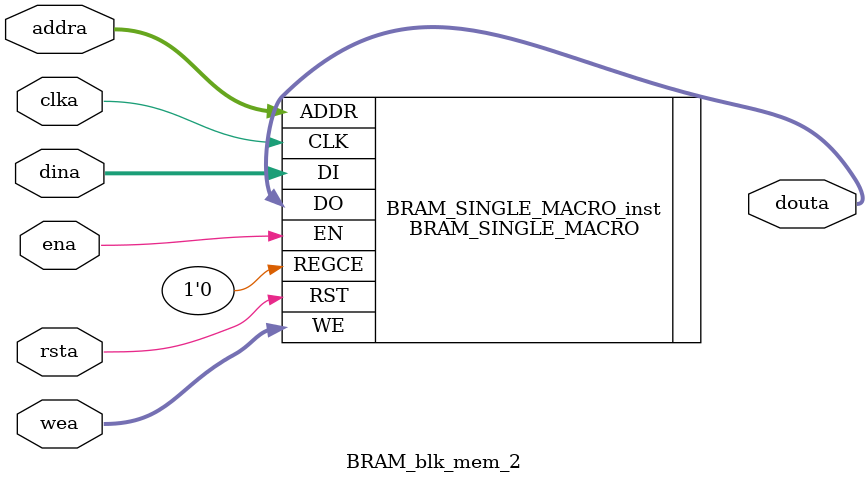
<source format=v>
`timescale 1ns/1ps

module BRAM_blk_mem_2 (
  clka,
  ena,
  wea,
  addra,
  dina,
  douta,
  rsta
);


input wire clka;

input wire ena;

input wire rsta;

input wire [1 : 0] wea;

input wire [9 : 0] addra;

input wire [15 : 0] dina;

output wire [15 : 0] douta;


// BRAM_SINGLE_MACRO : In order to incorporate this function into the design,
//   Verilog   : the following instance declaration needs to be placed
//  instance   : in the body of the design code.  The instance name
// declaration : (BRAM_SINGLE_MACRO_inst) and/or the port declarations within the
//    code     : parenthesis may be changed to properly reference and
//             : connect this function to the design.  All inputs
//             : and outputs must be connected.

//  <-----Cut code below this line---->

   // BRAM_SINGLE_MACRO: Single Port RAM
   //                    Artix-7
   // Xilinx HDL Language Template, version 2016.4
   
   /////////////////////////////////////////////////////////////////////
   //  READ_WIDTH | BRAM_SIZE | READ Depth  | ADDR Width |            //
   // WRITE_WIDTH |           | WRITE Depth |            |  WE Width  //
   // ============|===========|=============|============|============//
   //    37-72    |  "36Kb"   |      512    |    9-bit   |    8-bit   //
   //    19-36    |  "36Kb"   |     1024    |   10-bit   |    4-bit   //
   //    19-36    |  "18Kb"   |      512    |    9-bit   |    4-bit   //
   //    10-18    |  "36Kb"   |     2048    |   11-bit   |    2-bit   //
   //    10-18    |  "18Kb"   |     1024    |   10-bit   |    2-bit   //
   //     5-9     |  "36Kb"   |     4096    |   12-bit   |    1-bit   //
   //     5-9     |  "18Kb"   |     2048    |   11-bit   |    1-bit   //
   //     3-4     |  "36Kb"   |     8192    |   13-bit   |    1-bit   //
   //     3-4     |  "18Kb"   |     4096    |   12-bit   |    1-bit   //
   //       2     |  "36Kb"   |    16384    |   14-bit   |    1-bit   //
   //       2     |  "18Kb"   |     8192    |   13-bit   |    1-bit   //
   //       1     |  "36Kb"   |    32768    |   15-bit   |    1-bit   //
   //       1     |  "18Kb"   |    16384    |   14-bit   |    1-bit   //
   /////////////////////////////////////////////////////////////////////

   BRAM_SINGLE_MACRO #(
      .BRAM_SIZE("18Kb"), // Target BRAM, "18Kb" or "36Kb" 
      .DEVICE("7SERIES"), // Target Device: "7SERIES" 
      .DO_REG(0), // Optional output register (0 or 1)
      .INIT(36'h000000000), // Initial values on output port
      .INIT_FILE ("weight_2.mem"),
      .WRITE_WIDTH(16), // Valid values are 1-72 (37-72 only valid when BRAM_SIZE="36Kb")
      .READ_WIDTH(16),  // Valid values are 1-72 (37-72 only valid when BRAM_SIZE="36Kb")
      .SRVAL(36'h000000000), // Set/Reset value for port output
      .WRITE_MODE("WRITE_FIRST"), // "WRITE_FIRST", "READ_FIRST", or "NO_CHANGE" 
      .INIT_00(256'h0000000000000000000000000000000000000000000000000000000000000000),
      .INIT_01(256'h0000000000000000000000000000000000000000000000000000000000000000),
      .INIT_02(256'h0000000000000000000000000000000000000000000000000000000000000000),
      .INIT_03(256'h0000000000000000000000000000000000000000000000000000000000000000),
      .INIT_04(256'h0000000000000000000000000000000000000000000000000000000000000000),
      .INIT_05(256'h0000000000000000000000000000000000000000000000000000000000000000),
      .INIT_06(256'h0000000000000000000000000000000000000000000000000000000000000000),
      .INIT_07(256'h0000000000000000000000000000000000000000000000000000000000000000),
      .INIT_08(256'h0000000000000000000000000000000000000000000000000000000000000000),
      .INIT_09(256'h0000000000000000000000000000000000000000000000000000000000000000),
      .INIT_0A(256'h0000000000000000000000000000000000000000000000000000000000000000),
      .INIT_0B(256'h0000000000000000000000000000000000000000000000000000000000000000),
      .INIT_0C(256'h0000000000000000000000000000000000000000000000000000000000000000),
      .INIT_0D(256'h0000000000000000000000000000000000000000000000000000000000000000),
      .INIT_0E(256'h0000000000000000000000000000000000000000000000000000000000000000),
      .INIT_0F(256'h0000000000000000000000000000000000000000000000000000000000000000),
      .INIT_10(256'h0000000000000000000000000000000000000000000000000000000000000000),
      .INIT_11(256'h0000000000000000000000000000000000000000000000000000000000000000),
      .INIT_12(256'h0000000000000000000000000000000000000000000000000000000000000000),
      .INIT_13(256'h0000000000000000000000000000000000000000000000000000000000000000),
      .INIT_14(256'h0000000000000000000000000000000000000000000000000000000000000000),
      .INIT_15(256'h0000000000000000000000000000000000000000000000000000000000000000),
      .INIT_16(256'h0000000000000000000000000000000000000000000000000000000000000000),
      .INIT_17(256'h0000000000000000000000000000000000000000000000000000000000000000),
      .INIT_18(256'h0000000000000000000000000000000000000000000000000000000000000000),
      .INIT_19(256'h0000000000000000000000000000000000000000000000000000000000000000),
      .INIT_1A(256'h0000000000000000000000000000000000000000000000000000000000000000),
      .INIT_1B(256'h0000000000000000000000000000000000000000000000000000000000000000),
      .INIT_1C(256'h0000000000000000000000000000000000000000000000000000000000000000),
      .INIT_1D(256'h0000000000000000000000000000000000000000000000000000000000000000),
      .INIT_1E(256'h0000000000000000000000000000000000000000000000000000000000000000),
      .INIT_1F(256'h0000000000000000000000000000000000000000000000000000000000000000),
      .INIT_20(256'h0000000000000000000000000000000000000000000000000000000000000000),
      .INIT_21(256'h0000000000000000000000000000000000000000000000000000000000000000),
      .INIT_22(256'h0000000000000000000000000000000000000000000000000000000000000000),
      .INIT_23(256'h0000000000000000000000000000000000000000000000000000000000000000),
      .INIT_24(256'h0000000000000000000000000000000000000000000000000000000000000000),
      .INIT_25(256'h0000000000000000000000000000000000000000000000000000000000000000),
      .INIT_26(256'h0000000000000000000000000000000000000000000000000000000000000000),
      .INIT_27(256'h0000000000000000000000000000000000000000000000000000000000000000),
      .INIT_28(256'h0000000000000000000000000000000000000000000000000000000000000000),
      .INIT_29(256'h0000000000000000000000000000000000000000000000000000000000000000),
      .INIT_2A(256'h0000000000000000000000000000000000000000000000000000000000000000),
      .INIT_2B(256'h0000000000000000000000000000000000000000000000000000000000000000),
      .INIT_2C(256'h0000000000000000000000000000000000000000000000000000000000000000),
      .INIT_2D(256'h0000000000000000000000000000000000000000000000000000000000000000),
      .INIT_2E(256'h0000000000000000000000000000000000000000000000000000000000000000),
      .INIT_2F(256'h0000000000000000000000000000000000000000000000000000000000000000),
      .INIT_30(256'h0000000000000000000000000000000000000000000000000000000000000000),
      .INIT_31(256'h0000000000000000000000000000000000000000000000000000000000000000),
      .INIT_32(256'h0000000000000000000000000000000000000000000000000000000000000000),
      .INIT_33(256'h0000000000000000000000000000000000000000000000000000000000000000),
      .INIT_34(256'h0000000000000000000000000000000000000000000000000000000000000000),
      .INIT_35(256'h0000000000000000000000000000000000000000000000000000000000000000),
      .INIT_36(256'h0000000000000000000000000000000000000000000000000000000000000000),
      .INIT_37(256'h0000000000000000000000000000000000000000000000000000000000000000),
      .INIT_38(256'h0000000000000000000000000000000000000000000000000000000000000000),
      .INIT_39(256'h0000000000000000000000000000000000000000000000000000000000000000),
      .INIT_3A(256'h0000000000000000000000000000000000000000000000000000000000000000),
      .INIT_3B(256'h0000000000000000000000000000000000000000000000000000000000000000),
      .INIT_3C(256'h0000000000000000000000000000000000000000000000000000000000000000),
      .INIT_3D(256'h0000000000000000000000000000000000000000000000000000000000000000),
      .INIT_3E(256'h0000000000000000000000000000000000000000000000000000000000000000),
      .INIT_3F(256'h0000000000000000000000000000000000000000000000000000000000000000),
      
      // The next set of INIT_xx are valid when configured as 36Kb
      .INIT_40(256'h0000000000000000000000000000000000000000000000000000000000000000),
      .INIT_41(256'h0000000000000000000000000000000000000000000000000000000000000000),
      .INIT_42(256'h0000000000000000000000000000000000000000000000000000000000000000),
      .INIT_43(256'h0000000000000000000000000000000000000000000000000000000000000000),
      .INIT_44(256'h0000000000000000000000000000000000000000000000000000000000000000),
      .INIT_45(256'h0000000000000000000000000000000000000000000000000000000000000000),
      .INIT_46(256'h0000000000000000000000000000000000000000000000000000000000000000),
      .INIT_47(256'h0000000000000000000000000000000000000000000000000000000000000000),
      .INIT_48(256'h0000000000000000000000000000000000000000000000000000000000000000),
      .INIT_49(256'h0000000000000000000000000000000000000000000000000000000000000000),
      .INIT_4A(256'h0000000000000000000000000000000000000000000000000000000000000000),
      .INIT_4B(256'h0000000000000000000000000000000000000000000000000000000000000000),
      .INIT_4C(256'h0000000000000000000000000000000000000000000000000000000000000000),
      .INIT_4D(256'h0000000000000000000000000000000000000000000000000000000000000000),
      .INIT_4E(256'h0000000000000000000000000000000000000000000000000000000000000000),
      .INIT_4F(256'h0000000000000000000000000000000000000000000000000000000000000000),
      .INIT_50(256'h0000000000000000000000000000000000000000000000000000000000000000),
      .INIT_51(256'h0000000000000000000000000000000000000000000000000000000000000000),
      .INIT_52(256'h0000000000000000000000000000000000000000000000000000000000000000),
      .INIT_53(256'h0000000000000000000000000000000000000000000000000000000000000000),
      .INIT_54(256'h0000000000000000000000000000000000000000000000000000000000000000),
      .INIT_55(256'h0000000000000000000000000000000000000000000000000000000000000000),
      .INIT_56(256'h0000000000000000000000000000000000000000000000000000000000000000),
      .INIT_57(256'h0000000000000000000000000000000000000000000000000000000000000000),
      .INIT_58(256'h0000000000000000000000000000000000000000000000000000000000000000),
      .INIT_59(256'h0000000000000000000000000000000000000000000000000000000000000000),
      .INIT_5A(256'h0000000000000000000000000000000000000000000000000000000000000000),
      .INIT_5B(256'h0000000000000000000000000000000000000000000000000000000000000000),
      .INIT_5C(256'h0000000000000000000000000000000000000000000000000000000000000000),
      .INIT_5D(256'h0000000000000000000000000000000000000000000000000000000000000000),
      .INIT_5E(256'h0000000000000000000000000000000000000000000000000000000000000000),
      .INIT_5F(256'h0000000000000000000000000000000000000000000000000000000000000000),
      .INIT_60(256'h0000000000000000000000000000000000000000000000000000000000000000),
      .INIT_61(256'h0000000000000000000000000000000000000000000000000000000000000000),
      .INIT_62(256'h0000000000000000000000000000000000000000000000000000000000000000),
      .INIT_63(256'h0000000000000000000000000000000000000000000000000000000000000000),
      .INIT_64(256'h0000000000000000000000000000000000000000000000000000000000000000),
      .INIT_65(256'h0000000000000000000000000000000000000000000000000000000000000000),
      .INIT_66(256'h0000000000000000000000000000000000000000000000000000000000000000),
      .INIT_67(256'h0000000000000000000000000000000000000000000000000000000000000000),
      .INIT_68(256'h0000000000000000000000000000000000000000000000000000000000000000),
      .INIT_69(256'h0000000000000000000000000000000000000000000000000000000000000000),
      .INIT_6A(256'h0000000000000000000000000000000000000000000000000000000000000000),
      .INIT_6B(256'h0000000000000000000000000000000000000000000000000000000000000000),
      .INIT_6C(256'h0000000000000000000000000000000000000000000000000000000000000000),
      .INIT_6D(256'h0000000000000000000000000000000000000000000000000000000000000000),
      .INIT_6E(256'h0000000000000000000000000000000000000000000000000000000000000000),
      .INIT_6F(256'h0000000000000000000000000000000000000000000000000000000000000000),
      .INIT_70(256'h0000000000000000000000000000000000000000000000000000000000000000),
      .INIT_71(256'h0000000000000000000000000000000000000000000000000000000000000000),
      .INIT_72(256'h0000000000000000000000000000000000000000000000000000000000000000),
      .INIT_73(256'h0000000000000000000000000000000000000000000000000000000000000000),
      .INIT_74(256'h0000000000000000000000000000000000000000000000000000000000000000),
      .INIT_75(256'h0000000000000000000000000000000000000000000000000000000000000000),
      .INIT_76(256'h0000000000000000000000000000000000000000000000000000000000000000),
      .INIT_77(256'h0000000000000000000000000000000000000000000000000000000000000000),
      .INIT_78(256'h0000000000000000000000000000000000000000000000000000000000000000),
      .INIT_79(256'h0000000000000000000000000000000000000000000000000000000000000000),
      .INIT_7A(256'h0000000000000000000000000000000000000000000000000000000000000000),
      .INIT_7B(256'h0000000000000000000000000000000000000000000000000000000000000000),
      .INIT_7C(256'h0000000000000000000000000000000000000000000000000000000000000000),
      .INIT_7D(256'h0000000000000000000000000000000000000000000000000000000000000000),
      .INIT_7E(256'h0000000000000000000000000000000000000000000000000000000000000000),
      .INIT_7F(256'h0000000000000000000000000000000000000000000000000000000000000000),
      
      // The next set of INITP_xx are for the parity bits
      .INITP_00(256'h0000000000000000000000000000000000000000000000000000000000000000),
      .INITP_01(256'h0000000000000000000000000000000000000000000000000000000000000000),
      .INITP_02(256'h0000000000000000000000000000000000000000000000000000000000000000),
      .INITP_03(256'h0000000000000000000000000000000000000000000000000000000000000000),
      .INITP_04(256'h0000000000000000000000000000000000000000000000000000000000000000),
      .INITP_05(256'h0000000000000000000000000000000000000000000000000000000000000000),
      .INITP_06(256'h0000000000000000000000000000000000000000000000000000000000000000),
      .INITP_07(256'h0000000000000000000000000000000000000000000000000000000000000000),
      
      // The next set of INIT_xx are valid when configured as 36Kb
      .INITP_08(256'h0000000000000000000000000000000000000000000000000000000000000000),
      .INITP_09(256'h0000000000000000000000000000000000000000000000000000000000000000),
      .INITP_0A(256'h0000000000000000000000000000000000000000000000000000000000000000),
      .INITP_0B(256'h0000000000000000000000000000000000000000000000000000000000000000),
      .INITP_0C(256'h0000000000000000000000000000000000000000000000000000000000000000),
      .INITP_0D(256'h0000000000000000000000000000000000000000000000000000000000000000),
      .INITP_0E(256'h0000000000000000000000000000000000000000000000000000000000000000),
      .INITP_0F(256'h0000000000000000000000000000000000000000000000000000000000000000)
   ) BRAM_SINGLE_MACRO_inst (
      .DO(douta),       // Output data, width defined by READ_WIDTH parameter
      .ADDR(addra),   // Input address, width defined by read/write port depth
      .CLK(clka),     // 1-bit input clock
      .DI(dina),       // Input data port, width defined by WRITE_WIDTH parameter
      .EN(ena),       // 1-bit input RAM enable
      .REGCE(1'D0), // 1-bit input output register enable
      .RST(rsta),     // 1-bit input reset
      .WE(wea)        // Input write enable, width defined by write port depth
   );

   // End of BRAM_SINGLE_MACRO_inst instantiation
				
				
				
  
endmodule

</source>
